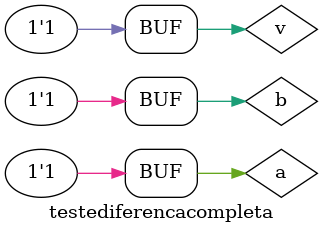
<source format=v>

module meiadiferenca (s0, s1, a, b);


 output s0, s1;
 input  a, b;
 wire q0;
 

xor XOR1 (s0, a, b);
not NOT1 (q0, a);
and AND1 (s1, q0, b);

 
 endmodule 
 


module diferencacompleta(s0, s1, a, b, v);

wire q0,q1,q2;
output s0, s1;
input a, b, v;

meiadiferenca MD1 (q0, q1, a, b);
meiadiferenca MD2 (s0, q2, v, q0);
or OR1 (s1, q1, q2);

endmodule 




module testediferencacompleta;
 reg   a, b, v;             
 wire  s0, s1;

          
 diferencacompleta DIFERENCACOMPLETA1 (s0, s1, a, b, v);


 initial begin:start
      a=0; b=0; v=0;
 end


          
 initial begin:main
      $display("Nome: Henrique Carvalho Parreira - 347133");
      $display("Diferenca completa usando duas Meia Diferencas.");
      $display("\nv a b = s1 s0\n");
      $monitor(" %b %b %b = %b %b", v, a, b, s1, s0);
#1 a=0;b=1;v=0;
#1 a=1;b=0;v=0;
#1 a=1;b=1;v=0;
#1 a=0;b=0;v=1;
#1 a=0;b=1;v=1;
#1 a=1;b=0;v=1;
#1 a=1;b=1;v=1;
  
 end

endmodule 
</source>
